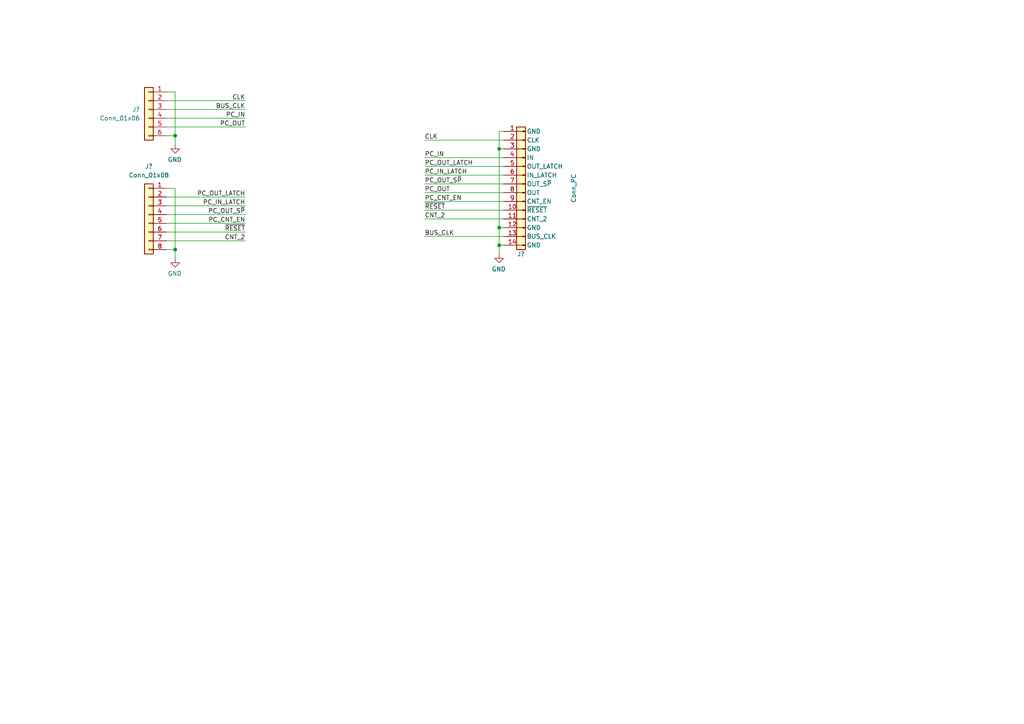
<source format=kicad_sch>
(kicad_sch (version 20211123) (generator eeschema)
  (paper "A4")
  (lib_symbols
    (symbol "Connector_Generic:Conn_01x06" (pin_names (offset 1.016) hide)
      (property "Reference" "J" (at 0 7.62 0))
      (property "Value" "Conn_01x06" (at 0 -10.16 0))
      (symbol "Conn_01x06_1_1"
        (rectangle (start -1.27 -7.493) (end 0 -7.747) (stroke (width 0.1524)))
        (rectangle (start -1.27 -4.953) (end 0 -5.207) (stroke (width 0.1524)))
        (rectangle (start -1.27 -2.413) (end 0 -2.667) (stroke (width 0.1524)))
        (rectangle (start -1.27 0.127) (end 0 -0.127) (stroke (width 0.1524)))
        (rectangle (start -1.27 2.667) (end 0 2.413) (stroke (width 0.1524)))
        (rectangle (start -1.27 5.207) (end 0 4.953) (stroke (width 0.1524)))
        (rectangle (start -1.27 6.35) (end 1.27 -8.89) (stroke (width 0.254)) (fill (type background)))
        (pin passive line (at -5.08 5.08 0) (length 3.81) (name "Pin_1") (number "1"))
        (pin passive line (at -5.08 2.54 0) (length 3.81) (name "Pin_2") (number "2"))
        (pin passive line (at -5.08 0 0) (length 3.81) (name "Pin_3") (number "3"))
        (pin passive line (at -5.08 -2.54 0) (length 3.81) (name "Pin_4") (number "4"))
        (pin passive line (at -5.08 -5.08 0) (length 3.81) (name "Pin_5") (number "5"))
        (pin passive line (at -5.08 -7.62 0) (length 3.81) (name "Pin_6") (number "6"))
      )
    )
    (symbol "Connector_Generic:Conn_01x08" (pin_names (offset 1.016) hide)
      (property "Reference" "J" (at 0 10.16 0))
      (property "Value" "Conn_01x08" (at 0 -12.7 0))
      (symbol "Conn_01x08_1_1"
        (rectangle (start -1.27 -10.033) (end 0 -10.287) (stroke (width 0.1524)))
        (rectangle (start -1.27 -7.493) (end 0 -7.747) (stroke (width 0.1524)))
        (rectangle (start -1.27 -4.953) (end 0 -5.207) (stroke (width 0.1524)))
        (rectangle (start -1.27 -2.413) (end 0 -2.667) (stroke (width 0.1524)))
        (rectangle (start -1.27 0.127) (end 0 -0.127) (stroke (width 0.1524)))
        (rectangle (start -1.27 2.667) (end 0 2.413) (stroke (width 0.1524)))
        (rectangle (start -1.27 5.207) (end 0 4.953) (stroke (width 0.1524)))
        (rectangle (start -1.27 7.747) (end 0 7.493) (stroke (width 0.1524)))
        (rectangle (start -1.27 8.89) (end 1.27 -11.43) (stroke (width 0.254)) (fill (type background)))
        (pin passive line (at -5.08 7.62 0) (length 3.81) (name "Pin_1") (number "1"))
        (pin passive line (at -5.08 5.08 0) (length 3.81) (name "Pin_2") (number "2"))
        (pin passive line (at -5.08 2.54 0) (length 3.81) (name "Pin_3") (number "3"))
        (pin passive line (at -5.08 0 0) (length 3.81) (name "Pin_4") (number "4"))
        (pin passive line (at -5.08 -2.54 0) (length 3.81) (name "Pin_5") (number "5"))
        (pin passive line (at -5.08 -5.08 0) (length 3.81) (name "Pin_6") (number "6"))
        (pin passive line (at -5.08 -7.62 0) (length 3.81) (name "Pin_7") (number "7"))
        (pin passive line (at -5.08 -10.16 0) (length 3.81) (name "Pin_8") (number "8"))
      )
    )
    (symbol "power:GND" (power) (pin_names (offset 0))
      (property "Value" "GND" (at 0 -3.81 0))
      (symbol "GND_0_1"
        (polyline (pts (xy 0 0) (xy 0 -1.27) (xy 1.27 -1.27) (xy 0 -2.54) (xy -1.27 -1.27) (xy 0 -1.27)))
      )
      (symbol "GND_1_1"
        (pin power_in line (at 0 0 270) (length 0) hide (name "GND") (number "1"))
      )
    )
    (symbol "riscv-serial:Conn_PC" (pin_names (offset 1.651))
      (property "Reference" "J" (at -1.27 -19.05 0))
      (property "Value" "Conn_PC" (at -13.97 0 90))
      (symbol "Conn_PC_1_1"
        (rectangle (start -2.54 17.78) (end 0 -17.78) (stroke (width 0.254)) (fill (type background)))
        (rectangle (start -1.6764 -16.383) (end -2.54 -16.637) (stroke (width 0.1524)) (fill (type outline)))
        (rectangle (start -1.6764 -13.843) (end -2.54 -14.097) (stroke (width 0.1524)) (fill (type outline)))
        (rectangle (start -1.6764 -11.303) (end -2.54 -11.557) (stroke (width 0.1524)) (fill (type outline)))
        (rectangle (start -1.6764 -8.763) (end -2.54 -9.017) (stroke (width 0.1524)) (fill (type outline)))
        (rectangle (start -1.6764 -6.223) (end -2.54 -6.477) (stroke (width 0.1524)) (fill (type outline)))
        (rectangle (start -1.6764 -3.683) (end -2.54 -3.937) (stroke (width 0.1524)) (fill (type outline)))
        (rectangle (start -1.6764 -1.143) (end -2.54 -1.397) (stroke (width 0.1524)) (fill (type outline)))
        (rectangle (start -1.6764 1.397) (end -2.54 1.143) (stroke (width 0.1524)) (fill (type outline)))
        (rectangle (start -1.6764 3.937) (end -2.54 3.683) (stroke (width 0.1524)) (fill (type outline)))
        (rectangle (start -1.6764 6.477) (end -2.54 6.223) (stroke (width 0.1524)) (fill (type outline)))
        (rectangle (start -1.6764 9.017) (end -2.54 8.763) (stroke (width 0.1524)) (fill (type outline)))
        (rectangle (start -1.6764 11.557) (end -2.54 11.303) (stroke (width 0.1524)) (fill (type outline)))
        (rectangle (start -1.6764 14.097) (end -2.54 13.843) (stroke (width 0.1524)) (fill (type outline)))
        (rectangle (start -1.6764 16.637) (end -2.54 16.383) (stroke (width 0.1524)) (fill (type outline)))
        (polyline (pts (xy -1.27 -16.51) (xy -1.6764 -16.51)) (stroke (width 0.1524)))
        (polyline (pts (xy -1.27 -13.97) (xy -1.6764 -13.97)) (stroke (width 0.1524)))
        (polyline (pts (xy -1.27 -11.43) (xy -1.6764 -11.43)) (stroke (width 0.1524)))
        (polyline (pts (xy -1.27 -8.89) (xy -1.6764 -8.89)) (stroke (width 0.1524)))
        (polyline (pts (xy -1.27 -6.35) (xy -1.6764 -6.35)) (stroke (width 0.1524)))
        (polyline (pts (xy -1.27 -3.81) (xy -1.6764 -3.81)) (stroke (width 0.1524)))
        (polyline (pts (xy -1.27 -1.27) (xy -1.6764 -1.27)) (stroke (width 0.1524)))
        (polyline (pts (xy -1.27 1.27) (xy -1.6764 1.27)) (stroke (width 0.1524)))
        (polyline (pts (xy -1.27 3.81) (xy -1.6764 3.81)) (stroke (width 0.1524)))
        (polyline (pts (xy -1.27 6.35) (xy -1.6764 6.35)) (stroke (width 0.1524)))
        (polyline (pts (xy -1.27 8.89) (xy -1.6764 8.89)) (stroke (width 0.1524)))
        (polyline (pts (xy -1.27 11.43) (xy -1.6764 11.43)) (stroke (width 0.1524)))
        (polyline (pts (xy -1.27 13.97) (xy -1.6764 13.97)) (stroke (width 0.1524)))
        (polyline (pts (xy -1.27 16.51) (xy -1.6764 16.51)) (stroke (width 0.1524)))
        (pin passive line (at 3.81 16.51 180) (length 5.08) (name "GND") (number "1"))
        (pin passive line (at 3.81 -6.35 180) (length 5.08) (name "~{RESET}") (number "10"))
        (pin passive line (at 3.81 -8.89 180) (length 5.08) (name "CNT_2") (number "11"))
        (pin passive line (at 3.81 -11.43 180) (length 5.08) (name "GND") (number "12"))
        (pin passive line (at 3.81 -13.97 180) (length 5.08) (name "BUS_CLK") (number "13"))
        (pin passive line (at 3.81 -16.51 180) (length 5.08) (name "GND") (number "14"))
        (pin passive line (at 3.81 13.97 180) (length 5.08) (name "CLK") (number "2"))
        (pin passive line (at 3.81 11.43 180) (length 5.08) (name "GND") (number "3"))
        (pin passive line (at 3.81 8.89 180) (length 5.08) (name "IN") (number "4"))
        (pin passive line (at 3.81 6.35 180) (length 5.08) (name "OUT_LATCH") (number "5"))
        (pin passive line (at 3.81 3.81 180) (length 5.08) (name "IN_LATCH") (number "6"))
        (pin passive line (at 3.81 1.27 180) (length 5.08) (name "OUT_S~{P}") (number "7"))
        (pin passive line (at 3.81 -1.27 180) (length 5.08) (name "OUT") (number "8"))
        (pin passive line (at 3.81 -3.81 180) (length 5.08) (name "CNT_EN") (number "9"))
      )
    )
  )
  (junction (at 50.8 39.37))
  (junction (at 144.78 66.04))
  (junction (at 50.8 72.39))
  (junction (at 144.78 71.12))
  (junction (at 144.78 43.18))
  (wire (pts (xy 123.19 50.8) (xy 146.05 50.8)))
  (wire (pts (xy 50.8 39.37) (xy 50.8 26.67)))
  (wire (pts (xy 71.12 36.83) (xy 48.26 36.83)))
  (wire (pts (xy 144.78 38.1) (xy 144.78 43.18)))
  (wire (pts (xy 71.12 67.31) (xy 48.26 67.31)))
  (wire (pts (xy 50.8 39.37) (xy 50.8 41.91)))
  (wire (pts (xy 123.19 58.42) (xy 146.05 58.42)))
  (wire (pts (xy 123.19 45.72) (xy 146.05 45.72)))
  (wire (pts (xy 123.19 68.58) (xy 146.05 68.58)))
  (wire (pts (xy 71.12 69.85) (xy 48.26 69.85)))
  (wire (pts (xy 144.78 71.12) (xy 144.78 73.66)))
  (wire (pts (xy 146.05 38.1) (xy 144.78 38.1)))
  (wire (pts (xy 50.8 54.61) (xy 48.26 54.61)))
  (wire (pts (xy 123.19 48.26) (xy 146.05 48.26)))
  (wire (pts (xy 50.8 72.39) (xy 50.8 74.93)))
  (wire (pts (xy 123.19 63.5) (xy 146.05 63.5)))
  (wire (pts (xy 146.05 71.12) (xy 144.78 71.12)))
  (wire (pts (xy 123.19 40.64) (xy 146.05 40.64)))
  (wire (pts (xy 123.19 55.88) (xy 146.05 55.88)))
  (wire (pts (xy 144.78 66.04) (xy 144.78 71.12)))
  (wire (pts (xy 71.12 57.15) (xy 48.26 57.15)))
  (wire (pts (xy 71.12 62.23) (xy 48.26 62.23)))
  (wire (pts (xy 146.05 66.04) (xy 144.78 66.04)))
  (wire (pts (xy 48.26 39.37) (xy 50.8 39.37)))
  (wire (pts (xy 71.12 59.69) (xy 48.26 59.69)))
  (wire (pts (xy 48.26 72.39) (xy 50.8 72.39)))
  (wire (pts (xy 71.12 31.75) (xy 48.26 31.75)))
  (wire (pts (xy 50.8 72.39) (xy 50.8 54.61)))
  (wire (pts (xy 123.19 53.34) (xy 146.05 53.34)))
  (wire (pts (xy 71.12 34.29) (xy 48.26 34.29)))
  (wire (pts (xy 123.19 60.96) (xy 146.05 60.96)))
  (wire (pts (xy 144.78 43.18) (xy 144.78 66.04)))
  (wire (pts (xy 71.12 29.21) (xy 48.26 29.21)))
  (wire (pts (xy 71.12 64.77) (xy 48.26 64.77)))
  (wire (pts (xy 146.05 43.18) (xy 144.78 43.18)))
  (wire (pts (xy 50.8 26.67) (xy 48.26 26.67)))
  (label "CNT_2" (at 123.19 63.5 0))
  (label "PC_IN" (at 123.19 45.72 0))
  (label "PC_OUT_S~{P}" (at 123.19 53.34 0))
  (label "PC_CNT_EN" (at 123.19 58.42 0))
  (label "PC_OUT" (at 71.12 36.83 180))
  (label "CLK" (at 71.12 29.21 180))
  (label "~{RESET}" (at 123.19 60.96 0))
  (label "PC_OUT_LATCH" (at 123.19 48.26 0))
  (label "~{RESET}" (at 71.12 67.31 180))
  (label "BUS_CLK" (at 123.19 68.58 0))
  (label "PC_IN_LATCH" (at 71.12 59.69 180))
  (label "PC_CNT_EN" (at 71.12 64.77 180))
  (label "PC_IN_LATCH" (at 123.19 50.8 0))
  (label "PC_OUT_LATCH" (at 71.12 57.15 180))
  (label "CLK" (at 123.19 40.64 0))
  (label "PC_OUT" (at 123.19 55.88 0))
  (label "PC_IN" (at 71.12 34.29 180))
  (label "BUS_CLK" (at 71.12 31.75 180))
  (label "CNT_2" (at 71.12 69.85 180))
  (label "PC_OUT_S~{P}" (at 71.12 62.23 180))
  (symbol (lib_id "power:GND") (at 50.8 74.93 0) (mirror y) (unit 1)
    (property "Reference" "#PWR?" (effects hide))
    (property "Value" "GND" (at 50.673 79.3242 0))
  )
  (symbol (lib_id "power:GND") (at 50.8 41.91 0) (mirror y) (unit 1)
    (property "Reference" "#PWR?" (effects hide))
    (property "Value" "GND" (at 50.673 46.3042 0))
  )
  (symbol (lib_id "Connector_Generic:Conn_01x06") (at 43.18 31.75 0) (mirror y) (unit 1)
    (property "Reference" "J?" (at 40.64 31.7499 0) (effects (justify left)))
    (property "Value" "Conn_01x06" (at 40.64 34.2899 0) (effects (justify left)))
    (property "Footprint" "Connector_IDC:IDC-Header_2x03_P2.54mm_Vertical" (effects hide))
  )
  (symbol (lib_id "power:GND") (at 144.78 73.66 0) (mirror y) (unit 1)
    (property "Reference" "#PWR?" (effects hide))
    (property "Value" "GND" (at 144.653 78.0542 0))
  )
  (symbol (lib_id "riscv-serial:Conn_PC") (at 149.86 54.61 0) (mirror y) (unit 1)
    (property "Reference" "J?" (at 151.13 73.66 0))
    (property "Value" "Conn_PC" (at 166.37 54.61 90))
    (property "Footprint" "Connector_IDC:IDC-Header_2x07_P2.54mm_Vertical" (effects hide))
  )
  (symbol (lib_id "Connector_Generic:Conn_01x08") (at 43.18 62.23 0) (mirror y) (unit 1)
    (property "Reference" "J?" (at 43.18 48.26 0))
    (property "Value" "Conn_01x08" (at 43.18 50.8 0))
  )
)
</source>
